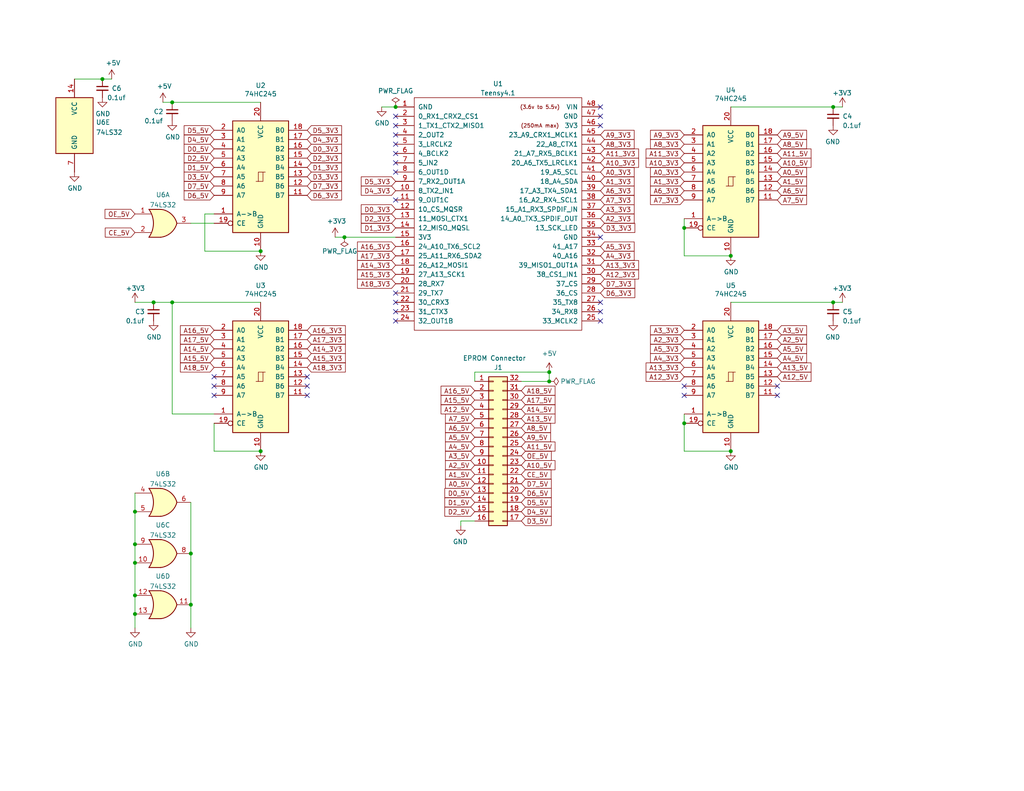
<source format=kicad_sch>
(kicad_sch (version 20211123) (generator eeschema)
  (paper "USLetter")
  (title_block (title "EPROM Emulator") (date "2022-01-02") (rev "0.2") (company "Brian Peek"))
  (lib_symbols
    (symbol "74xx:74HC245" (pin_names (offset 1.016))
      (property "Reference" "U" (at -7.62 16.51 0))
      (property "Value" "74HC245" (at -7.62 -16.51 0))
      (symbol "74HC245_1_0"
        (polyline (pts (xy -0.635 -1.27) (xy -0.635 1.27) (xy 0.635 1.27)))
        (polyline (pts (xy -1.27 -1.27) (xy 0.635 -1.27) (xy 0.635 1.27) (xy 1.27 1.27)))
        (pin input line (at -12.7 -10.16 0) (length 5.08) (name "A->B") (number "1"))
        (pin power_in line (at 0 -20.32 90) (length 5.08) (name "GND") (number "10"))
        (pin tri_state line (at 12.7 -5.08 180) (length 5.08) (name "B7") (number "11"))
        (pin tri_state line (at 12.7 -2.54 180) (length 5.08) (name "B6") (number "12"))
        (pin tri_state line (at 12.7 0 180) (length 5.08) (name "B5") (number "13"))
        (pin tri_state line (at 12.7 2.54 180) (length 5.08) (name "B4") (number "14"))
        (pin tri_state line (at 12.7 5.08 180) (length 5.08) (name "B3") (number "15"))
        (pin tri_state line (at 12.7 7.62 180) (length 5.08) (name "B2") (number "16"))
        (pin tri_state line (at 12.7 10.16 180) (length 5.08) (name "B1") (number "17"))
        (pin tri_state line (at 12.7 12.7 180) (length 5.08) (name "B0") (number "18"))
        (pin input inverted (at -12.7 -12.7 0) (length 5.08) (name "CE") (number "19"))
        (pin tri_state line (at -12.7 12.7 0) (length 5.08) (name "A0") (number "2"))
        (pin power_in line (at 0 20.32 270) (length 5.08) (name "VCC") (number "20"))
        (pin tri_state line (at -12.7 10.16 0) (length 5.08) (name "A1") (number "3"))
        (pin tri_state line (at -12.7 7.62 0) (length 5.08) (name "A2") (number "4"))
        (pin tri_state line (at -12.7 5.08 0) (length 5.08) (name "A3") (number "5"))
        (pin tri_state line (at -12.7 2.54 0) (length 5.08) (name "A4") (number "6"))
        (pin tri_state line (at -12.7 0 0) (length 5.08) (name "A5") (number "7"))
        (pin tri_state line (at -12.7 -2.54 0) (length 5.08) (name "A6") (number "8"))
        (pin tri_state line (at -12.7 -5.08 0) (length 5.08) (name "A7") (number "9"))
      )
      (symbol "74HC245_1_1"
        (rectangle (start -7.62 15.24) (end 7.62 -15.24) (stroke (width 0.254)) (fill (type background)))
      )
    )
    (symbol "74xx:74LS32" (pin_names (offset 1.016))
      (property "Reference" "U" (at 0 1.27 0))
      (property "Value" "74LS32" (at 0 -1.27 0))
      (symbol "74LS32_1_1"
        (arc (start -3.81 -3.81) (mid -2.589 0) (end -3.81 3.81) (stroke (width 0.254)))
        (arc (start -0.6096 -3.81) (mid 2.1855 -2.584) (end 3.81 0) (stroke (width 0.254)) (fill (type background)))
        (polyline (pts (xy -3.81 -3.81) (xy -0.635 -3.81)) (stroke (width 0.254)) (fill (type background)))
        (polyline (pts (xy -3.81 3.81) (xy -0.635 3.81)) (stroke (width 0.254)) (fill (type background)))
        (polyline (pts (xy -0.635 3.81) (xy -3.81 3.81) (xy -3.81 3.81) (xy -3.556 3.4036) (xy -3.0226 2.2606) (xy -2.6924 1.0414) (xy -2.6162 -0.254) (xy -2.7686 -1.4986) (xy -3.175 -2.7178) (xy -3.81 -3.81) (xy -3.81 -3.81) (xy -0.635 -3.81)) (stroke (width -25.4)) (fill (type background)))
        (arc (start 3.81 0) (mid 2.1928 2.5925) (end -0.6096 3.81) (stroke (width 0.254)) (fill (type background)))
        (pin input line (at -7.62 2.54 0) (length 4.318) (name "~") (number "1"))
        (pin input line (at -7.62 -2.54 0) (length 4.318) (name "~") (number "2"))
        (pin output line (at 7.62 0 180) (length 3.81) (name "~") (number "3"))
      )
      (symbol "74LS32_1_2"
        (arc (start 0 -3.81) (mid 3.81 0) (end 0 3.81) (stroke (width 0.254)) (fill (type background)))
        (polyline (pts (xy 0 3.81) (xy -3.81 3.81) (xy -3.81 -3.81) (xy 0 -3.81)) (stroke (width 0.254)) (fill (type background)))
        (pin input inverted (at -7.62 2.54 0) (length 3.81) (name "~") (number "1"))
        (pin input inverted (at -7.62 -2.54 0) (length 3.81) (name "~") (number "2"))
        (pin output inverted (at 7.62 0 180) (length 3.81) (name "~") (number "3"))
      )
      (symbol "74LS32_2_1"
        (arc (start -3.81 -3.81) (mid -2.589 0) (end -3.81 3.81) (stroke (width 0.254)))
        (arc (start -0.6096 -3.81) (mid 2.1855 -2.584) (end 3.81 0) (stroke (width 0.254)) (fill (type background)))
        (polyline (pts (xy -3.81 -3.81) (xy -0.635 -3.81)) (stroke (width 0.254)) (fill (type background)))
        (polyline (pts (xy -3.81 3.81) (xy -0.635 3.81)) (stroke (width 0.254)) (fill (type background)))
        (polyline (pts (xy -0.635 3.81) (xy -3.81 3.81) (xy -3.81 3.81) (xy -3.556 3.4036) (xy -3.0226 2.2606) (xy -2.6924 1.0414) (xy -2.6162 -0.254) (xy -2.7686 -1.4986) (xy -3.175 -2.7178) (xy -3.81 -3.81) (xy -3.81 -3.81) (xy -0.635 -3.81)) (stroke (width -25.4)) (fill (type background)))
        (arc (start 3.81 0) (mid 2.1928 2.5925) (end -0.6096 3.81) (stroke (width 0.254)) (fill (type background)))
        (pin input line (at -7.62 2.54 0) (length 4.318) (name "~") (number "4"))
        (pin input line (at -7.62 -2.54 0) (length 4.318) (name "~") (number "5"))
        (pin output line (at 7.62 0 180) (length 3.81) (name "~") (number "6"))
      )
      (symbol "74LS32_2_2"
        (arc (start 0 -3.81) (mid 3.81 0) (end 0 3.81) (stroke (width 0.254)) (fill (type background)))
        (polyline (pts (xy 0 3.81) (xy -3.81 3.81) (xy -3.81 -3.81) (xy 0 -3.81)) (stroke (width 0.254)) (fill (type background)))
        (pin input inverted (at -7.62 2.54 0) (length 3.81) (name "~") (number "4"))
        (pin input inverted (at -7.62 -2.54 0) (length 3.81) (name "~") (number "5"))
        (pin output inverted (at 7.62 0 180) (length 3.81) (name "~") (number "6"))
      )
      (symbol "74LS32_3_1"
        (arc (start -3.81 -3.81) (mid -2.589 0) (end -3.81 3.81) (stroke (width 0.254)))
        (arc (start -0.6096 -3.81) (mid 2.1855 -2.584) (end 3.81 0) (stroke (width 0.254)) (fill (type background)))
        (polyline (pts (xy -3.81 -3.81) (xy -0.635 -3.81)) (stroke (width 0.254)) (fill (type background)))
        (polyline (pts (xy -3.81 3.81) (xy -0.635 3.81)) (stroke (width 0.254)) (fill (type background)))
        (polyline (pts (xy -0.635 3.81) (xy -3.81 3.81) (xy -3.81 3.81) (xy -3.556 3.4036) (xy -3.0226 2.2606) (xy -2.6924 1.0414) (xy -2.6162 -0.254) (xy -2.7686 -1.4986) (xy -3.175 -2.7178) (xy -3.81 -3.81) (xy -3.81 -3.81) (xy -0.635 -3.81)) (stroke (width -25.4)) (fill (type background)))
        (arc (start 3.81 0) (mid 2.1928 2.5925) (end -0.6096 3.81) (stroke (width 0.254)) (fill (type background)))
        (pin input line (at -7.62 -2.54 0) (length 4.318) (name "~") (number "10"))
        (pin output line (at 7.62 0 180) (length 3.81) (name "~") (number "8"))
        (pin input line (at -7.62 2.54 0) (length 4.318) (name "~") (number "9"))
      )
      (symbol "74LS32_3_2"
        (arc (start 0 -3.81) (mid 3.81 0) (end 0 3.81) (stroke (width 0.254)) (fill (type background)))
        (polyline (pts (xy 0 3.81) (xy -3.81 3.81) (xy -3.81 -3.81) (xy 0 -3.81)) (stroke (width 0.254)) (fill (type background)))
        (pin input inverted (at -7.62 -2.54 0) (length 3.81) (name "~") (number "10"))
        (pin output inverted (at 7.62 0 180) (length 3.81) (name "~") (number "8"))
        (pin input inverted (at -7.62 2.54 0) (length 3.81) (name "~") (number "9"))
      )
      (symbol "74LS32_4_1"
        (arc (start -3.81 -3.81) (mid -2.589 0) (end -3.81 3.81) (stroke (width 0.254)))
        (arc (start -0.6096 -3.81) (mid 2.1855 -2.584) (end 3.81 0) (stroke (width 0.254)) (fill (type background)))
        (polyline (pts (xy -3.81 -3.81) (xy -0.635 -3.81)) (stroke (width 0.254)) (fill (type background)))
        (polyline (pts (xy -3.81 3.81) (xy -0.635 3.81)) (stroke (width 0.254)) (fill (type background)))
        (polyline (pts (xy -0.635 3.81) (xy -3.81 3.81) (xy -3.81 3.81) (xy -3.556 3.4036) (xy -3.0226 2.2606) (xy -2.6924 1.0414) (xy -2.6162 -0.254) (xy -2.7686 -1.4986) (xy -3.175 -2.7178) (xy -3.81 -3.81) (xy -3.81 -3.81) (xy -0.635 -3.81)) (stroke (width -25.4)) (fill (type background)))
        (arc (start 3.81 0) (mid 2.1928 2.5925) (end -0.6096 3.81) (stroke (width 0.254)) (fill (type background)))
        (pin output line (at 7.62 0 180) (length 3.81) (name "~") (number "11"))
        (pin input line (at -7.62 2.54 0) (length 4.318) (name "~") (number "12"))
        (pin input line (at -7.62 -2.54 0) (length 4.318) (name "~") (number "13"))
      )
      (symbol "74LS32_4_2"
        (arc (start 0 -3.81) (mid 3.81 0) (end 0 3.81) (stroke (width 0.254)) (fill (type background)))
        (polyline (pts (xy 0 3.81) (xy -3.81 3.81) (xy -3.81 -3.81) (xy 0 -3.81)) (stroke (width 0.254)) (fill (type background)))
        (pin output inverted (at 7.62 0 180) (length 3.81) (name "~") (number "11"))
        (pin input inverted (at -7.62 2.54 0) (length 3.81) (name "~") (number "12"))
        (pin input inverted (at -7.62 -2.54 0) (length 3.81) (name "~") (number "13"))
      )
      (symbol "74LS32_5_0"
        (pin power_in line (at 0 12.7 270) (length 5.08) (name "VCC") (number "14"))
        (pin power_in line (at 0 -12.7 90) (length 5.08) (name "GND") (number "7"))
      )
      (symbol "74LS32_5_1"
        (rectangle (start -5.08 7.62) (end 5.08 -7.62) (stroke (width 0.254)) (fill (type background)))
      )
    )
    (symbol "Connector_Generic:Conn_02x16_Counter_Clockwise" (pin_names (offset 1.016) hide)
      (property "Reference" "J" (at 1.27 20.32 0))
      (property "Value" "Conn_02x16_Counter_Clockwise" (at 1.27 -22.86 0))
      (symbol "Conn_02x16_Counter_Clockwise_1_1"
        (rectangle (start -1.27 -20.193) (end 0 -20.447) (stroke (width 0.1524)))
        (rectangle (start -1.27 -17.653) (end 0 -17.907) (stroke (width 0.1524)))
        (rectangle (start -1.27 -15.113) (end 0 -15.367) (stroke (width 0.1524)))
        (rectangle (start -1.27 -12.573) (end 0 -12.827) (stroke (width 0.1524)))
        (rectangle (start -1.27 -10.033) (end 0 -10.287) (stroke (width 0.1524)))
        (rectangle (start -1.27 -7.493) (end 0 -7.747) (stroke (width 0.1524)))
        (rectangle (start -1.27 -4.953) (end 0 -5.207) (stroke (width 0.1524)))
        (rectangle (start -1.27 -2.413) (end 0 -2.667) (stroke (width 0.1524)))
        (rectangle (start -1.27 0.127) (end 0 -0.127) (stroke (width 0.1524)))
        (rectangle (start -1.27 2.667) (end 0 2.413) (stroke (width 0.1524)))
        (rectangle (start -1.27 5.207) (end 0 4.953) (stroke (width 0.1524)))
        (rectangle (start -1.27 7.747) (end 0 7.493) (stroke (width 0.1524)))
        (rectangle (start -1.27 10.287) (end 0 10.033) (stroke (width 0.1524)))
        (rectangle (start -1.27 12.827) (end 0 12.573) (stroke (width 0.1524)))
        (rectangle (start -1.27 15.367) (end 0 15.113) (stroke (width 0.1524)))
        (rectangle (start -1.27 17.907) (end 0 17.653) (stroke (width 0.1524)))
        (rectangle (start -1.27 19.05) (end 3.81 -21.59) (stroke (width 0.254)) (fill (type background)))
        (rectangle (start 3.81 -20.193) (end 2.54 -20.447) (stroke (width 0.1524)))
        (rectangle (start 3.81 -17.653) (end 2.54 -17.907) (stroke (width 0.1524)))
        (rectangle (start 3.81 -15.113) (end 2.54 -15.367) (stroke (width 0.1524)))
        (rectangle (start 3.81 -12.573) (end 2.54 -12.827) (stroke (width 0.1524)))
        (rectangle (start 3.81 -10.033) (end 2.54 -10.287) (stroke (width 0.1524)))
        (rectangle (start 3.81 -7.493) (end 2.54 -7.747) (stroke (width 0.1524)))
        (rectangle (start 3.81 -4.953) (end 2.54 -5.207) (stroke (width 0.1524)))
        (rectangle (start 3.81 -2.413) (end 2.54 -2.667) (stroke (width 0.1524)))
        (rectangle (start 3.81 0.127) (end 2.54 -0.127) (stroke (width 0.1524)))
        (rectangle (start 3.81 2.667) (end 2.54 2.413) (stroke (width 0.1524)))
        (rectangle (start 3.81 5.207) (end 2.54 4.953) (stroke (width 0.1524)))
        (rectangle (start 3.81 7.747) (end 2.54 7.493) (stroke (width 0.1524)))
        (rectangle (start 3.81 10.287) (end 2.54 10.033) (stroke (width 0.1524)))
        (rectangle (start 3.81 12.827) (end 2.54 12.573) (stroke (width 0.1524)))
        (rectangle (start 3.81 15.367) (end 2.54 15.113) (stroke (width 0.1524)))
        (rectangle (start 3.81 17.907) (end 2.54 17.653) (stroke (width 0.1524)))
        (pin passive line (at -5.08 17.78 0) (length 3.81) (name "Pin_1") (number "1"))
        (pin passive line (at -5.08 -5.08 0) (length 3.81) (name "Pin_10") (number "10"))
        (pin passive line (at -5.08 -7.62 0) (length 3.81) (name "Pin_11") (number "11"))
        (pin passive line (at -5.08 -10.16 0) (length 3.81) (name "Pin_12") (number "12"))
        (pin passive line (at -5.08 -12.7 0) (length 3.81) (name "Pin_13") (number "13"))
        (pin passive line (at -5.08 -15.24 0) (length 3.81) (name "Pin_14") (number "14"))
        (pin passive line (at -5.08 -17.78 0) (length 3.81) (name "Pin_15") (number "15"))
        (pin passive line (at -5.08 -20.32 0) (length 3.81) (name "Pin_16") (number "16"))
        (pin passive line (at 7.62 -20.32 180) (length 3.81) (name "Pin_17") (number "17"))
        (pin passive line (at 7.62 -17.78 180) (length 3.81) (name "Pin_18") (number "18"))
        (pin passive line (at 7.62 -15.24 180) (length 3.81) (name "Pin_19") (number "19"))
        (pin passive line (at -5.08 15.24 0) (length 3.81) (name "Pin_2") (number "2"))
        (pin passive line (at 7.62 -12.7 180) (length 3.81) (name "Pin_20") (number "20"))
        (pin passive line (at 7.62 -10.16 180) (length 3.81) (name "Pin_21") (number "21"))
        (pin passive line (at 7.62 -7.62 180) (length 3.81) (name "Pin_22") (number "22"))
        (pin passive line (at 7.62 -5.08 180) (length 3.81) (name "Pin_23") (number "23"))
        (pin passive line (at 7.62 -2.54 180) (length 3.81) (name "Pin_24") (number "24"))
        (pin passive line (at 7.62 0 180) (length 3.81) (name "Pin_25") (number "25"))
        (pin passive line (at 7.62 2.54 180) (length 3.81) (name "Pin_26") (number "26"))
        (pin passive line (at 7.62 5.08 180) (length 3.81) (name "Pin_27") (number "27"))
        (pin passive line (at 7.62 7.62 180) (length 3.81) (name "Pin_28") (number "28"))
        (pin passive line (at 7.62 10.16 180) (length 3.81) (name "Pin_29") (number "29"))
        (pin passive line (at -5.08 12.7 0) (length 3.81) (name "Pin_3") (number "3"))
        (pin passive line (at 7.62 12.7 180) (length 3.81) (name "Pin_30") (number "30"))
        (pin passive line (at 7.62 15.24 180) (length 3.81) (name "Pin_31") (number "31"))
        (pin passive line (at 7.62 17.78 180) (length 3.81) (name "Pin_32") (number "32"))
        (pin passive line (at -5.08 10.16 0) (length 3.81) (name "Pin_4") (number "4"))
        (pin passive line (at -5.08 7.62 0) (length 3.81) (name "Pin_5") (number "5"))
        (pin passive line (at -5.08 5.08 0) (length 3.81) (name "Pin_6") (number "6"))
        (pin passive line (at -5.08 2.54 0) (length 3.81) (name "Pin_7") (number "7"))
        (pin passive line (at -5.08 0 0) (length 3.81) (name "Pin_8") (number "8"))
        (pin passive line (at -5.08 -2.54 0) (length 3.81) (name "Pin_9") (number "9"))
      )
    )
    (symbol "Device:C_Small" (pin_numbers hide) (pin_names (offset 0.254) hide)
      (property "Reference" "C" (at 0.254 1.778 0))
      (property "Value" "C_Small" (at 0.254 -2.032 0))
      (symbol "C_Small_0_1"
        (polyline (pts (xy -1.524 -0.508) (xy 1.524 -0.508)) (stroke (width 0.3302)))
        (polyline (pts (xy -1.524 0.508) (xy 1.524 0.508)) (stroke (width 0.3048)))
      )
      (symbol "C_Small_1_1"
        (pin passive line (at 0 2.54 270) (length 2.032) (name "~") (number "1"))
        (pin passive line (at 0 -2.54 90) (length 2.032) (name "~") (number "2"))
      )
    )
    (symbol "power:+3.3V" (power) (pin_names (offset 0))
      (property "Value" "+3.3V" (at 0 3.556 0))
      (symbol "+3.3V_0_1"
        (polyline (pts (xy -0.762 1.27) (xy 0 2.54)))
        (polyline (pts (xy 0 0) (xy 0 2.54)))
        (polyline (pts (xy 0 2.54) (xy 0.762 1.27)))
      )
      (symbol "+3.3V_1_1"
        (pin power_in line (at 0 0 90) (length 0) hide (name "+3V3") (number "1"))
      )
    )
    (symbol "power:+5V" (power) (pin_names (offset 0))
      (property "Value" "+5V" (at 0 3.556 0))
      (symbol "+5V_0_1"
        (polyline (pts (xy -0.762 1.27) (xy 0 2.54)))
        (polyline (pts (xy 0 0) (xy 0 2.54)))
        (polyline (pts (xy 0 2.54) (xy 0.762 1.27)))
      )
      (symbol "+5V_1_1"
        (pin power_in line (at 0 0 90) (length 0) hide (name "+5V") (number "1"))
      )
    )
    (symbol "power:GND" (power) (pin_names (offset 0))
      (property "Value" "GND" (at 0 -3.81 0))
      (symbol "GND_0_1"
        (polyline (pts (xy 0 0) (xy 0 -1.27) (xy 1.27 -1.27) (xy 0 -2.54) (xy -1.27 -1.27) (xy 0 -1.27)))
      )
      (symbol "GND_1_1"
        (pin power_in line (at 0 0 270) (length 0) hide (name "GND") (number "1"))
      )
    )
    (symbol "power:PWR_FLAG" (power) (pin_numbers hide) (pin_names (offset 0) hide)
      (property "Value" "PWR_FLAG" (at 0 3.81 0))
      (symbol "PWR_FLAG_0_0"
        (pin power_out line (at 0 0 90) (length 0) (name "pwr") (number "1"))
      )
      (symbol "PWR_FLAG_0_1"
        (polyline (pts (xy 0 0) (xy 0 1.27) (xy -1.016 1.905) (xy 0 2.54) (xy 1.016 1.905) (xy 0 1.27)))
      )
    )
    (symbol "teensy:Teensy4.1" (pin_names (offset 1.016))
      (property "Reference" "U" (at 0 60.96 0))
      (property "Value" "teensy_Teensy4.1" (at 0 58.42 0))
      (symbol "Teensy4.1_0_0"
        (text "(250mA max)" (at 11.43 49.53 0) (effects (font (size 1.016 1.016))))
        (text "(3.6v to 5.5v)" (at 11.43 54.61 0) (effects (font (size 1.016 1.016))))
        (pin bidirectional line (at -27.94 31.75 0) (length 5.08) (name "8_TX2_IN1") (number "10"))
        (pin bidirectional line (at -27.94 29.21 0) (length 5.08) (name "9_OUT1C") (number "11"))
        (pin bidirectional line (at -27.94 26.67 0) (length 5.08) (name "10_CS_MQSR") (number "12"))
        (pin bidirectional line (at -27.94 24.13 0) (length 5.08) (name "11_MOSI_CTX1") (number "13"))
        (pin bidirectional line (at -27.94 21.59 0) (length 5.08) (name "12_MISO_MQSL") (number "14"))
        (pin power_in line (at -27.94 19.05 0) (length 5.08) (name "3V3") (number "15"))
        (pin bidirectional line (at -27.94 16.51 0) (length 5.08) (name "24_A10_TX6_SCL2") (number "16"))
        (pin bidirectional line (at -27.94 13.97 0) (length 5.08) (name "25_A11_RX6_SDA2") (number "17"))
        (pin bidirectional line (at -27.94 11.43 0) (length 5.08) (name "26_A12_MOSI1") (number "18"))
        (pin bidirectional line (at -27.94 8.89 0) (length 5.08) (name "27_A13_SCK1") (number "19"))
        (pin bidirectional line (at -27.94 6.35 0) (length 5.08) (name "28_RX7") (number "20"))
        (pin bidirectional line (at -27.94 3.81 0) (length 5.08) (name "29_TX7") (number "21"))
        (pin bidirectional line (at -27.94 1.27 0) (length 5.08) (name "30_CRX3") (number "22"))
        (pin bidirectional line (at -27.94 -1.27 0) (length 5.08) (name "31_CTX3") (number "23"))
        (pin bidirectional line (at -27.94 -3.81 0) (length 5.08) (name "32_OUT1B") (number "24"))
        (pin bidirectional line (at 27.94 -3.81 180) (length 5.08) (name "33_MCLK2") (number "25"))
        (pin bidirectional line (at 27.94 -1.27 180) (length 5.08) (name "34_RX8") (number "26"))
        (pin bidirectional line (at 27.94 1.27 180) (length 5.08) (name "35_TX8") (number "27"))
        (pin bidirectional line (at 27.94 3.81 180) (length 5.08) (name "36_CS") (number "28"))
        (pin bidirectional line (at 27.94 6.35 180) (length 5.08) (name "37_CS") (number "29"))
        (pin bidirectional line (at 27.94 8.89 180) (length 5.08) (name "38_CS1_IN1") (number "30"))
        (pin bidirectional line (at 27.94 11.43 180) (length 5.08) (name "39_MISO1_OUT1A") (number "31"))
        (pin bidirectional line (at 27.94 13.97 180) (length 5.08) (name "40_A16") (number "32"))
        (pin bidirectional line (at 27.94 16.51 180) (length 5.08) (name "41_A17") (number "33"))
        (pin bidirectional line (at 27.94 21.59 180) (length 5.08) (name "13_SCK_LED") (number "35"))
        (pin bidirectional line (at 27.94 24.13 180) (length 5.08) (name "14_A0_TX3_SPDIF_OUT") (number "36"))
        (pin bidirectional line (at 27.94 26.67 180) (length 5.08) (name "15_A1_RX3_SPDIF_IN") (number "37"))
        (pin bidirectional line (at 27.94 29.21 180) (length 5.08) (name "16_A2_RX4_SCL1") (number "38"))
        (pin bidirectional line (at 27.94 31.75 180) (length 5.08) (name "17_A3_TX4_SDA1") (number "39"))
        (pin bidirectional line (at 27.94 34.29 180) (length 5.08) (name "18_A4_SDA") (number "40"))
        (pin bidirectional line (at 27.94 36.83 180) (length 5.08) (name "19_A5_SCL") (number "41"))
        (pin bidirectional line (at 27.94 39.37 180) (length 5.08) (name "20_A6_TX5_LRCLK1") (number "42"))
        (pin bidirectional line (at 27.94 41.91 180) (length 5.08) (name "21_A7_RX5_BCLK1") (number "43"))
        (pin bidirectional line (at 27.94 44.45 180) (length 5.08) (name "22_A8_CTX1") (number "44"))
        (pin bidirectional line (at 27.94 46.99 180) (length 5.08) (name "23_A9_CRX1_MCLK1") (number "45"))
        (pin output line (at 27.94 49.53 180) (length 5.08) (name "3V3") (number "46"))
        (pin output line (at 27.94 52.07 180) (length 5.08) (name "GND") (number "47"))
        (pin power_in line (at 27.94 54.61 180) (length 5.08) (name "VIN") (number "48"))
        (pin bidirectional line (at -27.94 44.45 0) (length 5.08) (name "3_LRCLK2") (number "5"))
        (pin bidirectional line (at -27.94 41.91 0) (length 5.08) (name "4_BCLK2") (number "6"))
        (pin bidirectional line (at -27.94 39.37 0) (length 5.08) (name "5_IN2") (number "7"))
        (pin bidirectional line (at -27.94 36.83 0) (length 5.08) (name "6_OUT1D") (number "8"))
        (pin bidirectional line (at -27.94 34.29 0) (length 5.08) (name "7_RX2_OUT1A") (number "9"))
      )
      (symbol "Teensy4.1_0_1"
        (rectangle (start -22.86 57.15) (end 22.86 -6.35))
        (rectangle (start -20.32 -1.27) (end -20.32 -1.27))
      )
      (symbol "Teensy4.1_1_1"
        (pin power_in line (at -27.94 54.61 0) (length 5.08) (name "GND") (number "1"))
        (pin bidirectional line (at -27.94 52.07 0) (length 5.08) (name "0_RX1_CRX2_CS1") (number "2"))
        (pin bidirectional line (at -27.94 49.53 0) (length 5.08) (name "1_TX1_CTX2_MISO1") (number "3"))
        (pin power_in line (at 27.94 19.05 180) (length 5.08) (name "GND") (number "34"))
        (pin bidirectional line (at -27.94 46.99 0) (length 5.08) (name "2_OUT2") (number "4"))
      )
    )
  )
  (junction (at 199.39 69.85))
  (junction (at 36.83 162.56))
  (junction (at 107.95 29.21))
  (junction (at 27.94 21.59))
  (junction (at 199.39 123.19))
  (junction (at 52.07 151.13))
  (junction (at 227.33 82.55))
  (junction (at 36.83 167.64))
  (junction (at 149.86 104.14))
  (junction (at 36.83 153.67))
  (junction (at 93.98 64.77))
  (junction (at 36.83 148.59))
  (junction (at 227.33 29.21))
  (junction (at 186.69 115.57))
  (junction (at 46.99 82.55))
  (junction (at 46.99 27.94))
  (junction (at 149.86 101.6))
  (junction (at 71.12 68.58))
  (junction (at 186.69 62.23))
  (junction (at 52.07 165.1))
  (junction (at 41.91 82.55))
  (junction (at 71.12 123.19))
  (junction (at 36.83 139.7))
  (no_connect (at 83.82 102.87))
  (no_connect (at 107.95 39.37))
  (no_connect (at 107.95 54.61))
  (no_connect (at 107.95 85.09))
  (no_connect (at 163.83 31.75))
  (no_connect (at 107.95 82.55))
  (no_connect (at 163.83 85.09))
  (no_connect (at 212.09 107.95))
  (no_connect (at 212.09 105.41))
  (no_connect (at 163.83 64.77))
  (no_connect (at 107.95 41.91))
  (no_connect (at 107.95 46.99))
  (no_connect (at 107.95 34.29))
  (no_connect (at 186.69 107.95))
  (no_connect (at 107.95 87.63))
  (no_connect (at 186.69 105.41))
  (no_connect (at 58.42 102.87))
  (no_connect (at 107.95 31.75))
  (no_connect (at 163.83 34.29))
  (no_connect (at 107.95 36.83))
  (no_connect (at 163.83 82.55))
  (no_connect (at 163.83 29.21))
  (no_connect (at 83.82 107.95))
  (no_connect (at 83.82 105.41))
  (no_connect (at 107.95 80.01))
  (no_connect (at 58.42 107.95))
  (no_connect (at 163.83 87.63))
  (no_connect (at 107.95 44.45))
  (no_connect (at 58.42 105.41))
  (wire (pts (xy 58.42 113.03) (xy 46.99 113.03)))
  (wire (pts (xy 125.73 142.24) (xy 125.73 143.51)))
  (wire (pts (xy 142.24 104.14) (xy 149.86 104.14)))
  (wire (pts (xy 44.45 27.94) (xy 46.99 27.94)))
  (wire (pts (xy 199.39 82.55) (xy 227.33 82.55)))
  (wire (pts (xy 186.69 115.57) (xy 186.69 123.19)))
  (wire (pts (xy 36.83 153.67) (xy 36.83 162.56)))
  (wire (pts (xy 46.99 113.03) (xy 46.99 82.55)))
  (wire (pts (xy 229.87 82.55) (xy 227.33 82.55)))
  (wire (pts (xy 52.07 60.96) (xy 58.42 60.96)))
  (wire (pts (xy 58.42 115.57) (xy 58.42 123.19)))
  (wire (pts (xy 186.69 59.69) (xy 186.69 62.23)))
  (wire (pts (xy 36.83 148.59) (xy 36.83 153.67)))
  (wire (pts (xy 46.99 82.55) (xy 71.12 82.55)))
  (wire (pts (xy 36.83 139.7) (xy 36.83 148.59)))
  (wire (pts (xy 36.83 82.55) (xy 41.91 82.55)))
  (wire (pts (xy 55.88 58.42) (xy 58.42 58.42)))
  (wire (pts (xy 186.69 62.23) (xy 186.69 69.85)))
  (wire (pts (xy 55.88 68.58) (xy 55.88 58.42)))
  (wire (pts (xy 46.99 27.94) (xy 71.12 27.94)))
  (wire (pts (xy 20.32 21.59) (xy 27.94 21.59)))
  (wire (pts (xy 129.54 142.24) (xy 125.73 142.24)))
  (wire (pts (xy 41.91 82.55) (xy 46.99 82.55)))
  (wire (pts (xy 129.54 104.14) (xy 129.54 101.6)))
  (wire (pts (xy 93.98 64.77) (xy 107.95 64.77)))
  (wire (pts (xy 27.94 21.59) (xy 30.48 21.59)))
  (wire (pts (xy 52.07 137.16) (xy 52.07 151.13)))
  (wire (pts (xy 199.39 123.19) (xy 186.69 123.19)))
  (wire (pts (xy 71.12 68.58) (xy 55.88 68.58)))
  (wire (pts (xy 186.69 113.03) (xy 186.69 115.57)))
  (wire (pts (xy 199.39 69.85) (xy 186.69 69.85)))
  (wire (pts (xy 36.83 134.62) (xy 36.83 139.7)))
  (wire (pts (xy 199.39 29.21) (xy 227.33 29.21)))
  (wire (pts (xy 52.07 151.13) (xy 52.07 165.1)))
  (wire (pts (xy 149.86 104.14) (xy 149.86 101.6)))
  (wire (pts (xy 104.14 29.21) (xy 107.95 29.21)))
  (wire (pts (xy 36.83 167.64) (xy 36.83 171.45)))
  (wire (pts (xy 71.12 123.19) (xy 58.42 123.19)))
  (wire (pts (xy 91.44 64.77) (xy 93.98 64.77)))
  (wire (pts (xy 229.87 29.21) (xy 227.33 29.21)))
  (wire (pts (xy 52.07 165.1) (xy 52.07 171.45)))
  (wire (pts (xy 36.83 162.56) (xy 36.83 167.64)))
  (wire (pts (xy 129.54 101.6) (xy 149.86 101.6)))
  (global_label "D0_5V" (shape input) (at 129.54 134.62 180) (property "Intersheet References" "${INTERSHEET_REFS}" (effects hide)))
  (global_label "D1_3V3" (shape input) (at 107.95 62.23 180) (property "Intersheet References" "${INTERSHEET_REFS}" (effects hide)))
  (global_label "A0_5V" (shape input) (at 212.09 46.99 0) (property "Intersheet References" "${INTERSHEET_REFS}" (effects hide)))
  (global_label "A6_3V3" (shape input) (at 186.69 52.07 180) (property "Intersheet References" "${INTERSHEET_REFS}" (effects hide)))
  (global_label "A4_5V" (shape input) (at 129.54 121.92 180) (property "Intersheet References" "${INTERSHEET_REFS}" (effects hide)))
  (global_label "A14_5V" (shape input) (at 142.24 111.76 0) (property "Intersheet References" "${INTERSHEET_REFS}" (effects hide)))
  (global_label "A1_3V3" (shape input) (at 186.69 49.53 180) (property "Intersheet References" "${INTERSHEET_REFS}" (effects hide)))
  (global_label "A14_3V3" (shape input) (at 107.95 72.39 180) (property "Intersheet References" "${INTERSHEET_REFS}" (effects hide)))
  (global_label "A15_5V" (shape input) (at 58.42 97.79 180) (property "Intersheet References" "${INTERSHEET_REFS}" (effects hide)))
  (global_label "A18_3V3" (shape input) (at 83.82 100.33 0) (property "Intersheet References" "${INTERSHEET_REFS}" (effects hide)))
  (global_label "D4_3V3" (shape input) (at 107.95 52.07 180) (property "Intersheet References" "${INTERSHEET_REFS}" (effects hide)))
  (global_label "D5_3V3" (shape input) (at 107.95 49.53 180) (property "Intersheet References" "${INTERSHEET_REFS}" (effects hide)))
  (global_label "A17_3V3" (shape input) (at 107.95 69.85 180) (property "Intersheet References" "${INTERSHEET_REFS}" (effects hide)))
  (global_label "D2_5V" (shape input) (at 58.42 43.18 180) (property "Intersheet References" "${INTERSHEET_REFS}" (effects hide)))
  (global_label "A9_5V" (shape input) (at 142.24 119.38 0) (property "Intersheet References" "${INTERSHEET_REFS}" (effects hide)))
  (global_label "A2_3V3" (shape input) (at 163.83 59.69 0) (property "Intersheet References" "${INTERSHEET_REFS}" (effects hide)))
  (global_label "A9_3V3" (shape input) (at 186.69 36.83 180) (property "Intersheet References" "${INTERSHEET_REFS}" (effects hide)))
  (global_label "A15_3V3" (shape input) (at 83.82 97.79 0) (property "Intersheet References" "${INTERSHEET_REFS}" (effects hide)))
  (global_label "A15_5V" (shape input) (at 129.54 109.22 180) (property "Intersheet References" "${INTERSHEET_REFS}" (effects hide)))
  (global_label "A5_5V" (shape input) (at 212.09 95.25 0) (property "Intersheet References" "${INTERSHEET_REFS}" (effects hide)))
  (global_label "D7_5V" (shape input) (at 142.24 132.08 0) (property "Intersheet References" "${INTERSHEET_REFS}" (effects hide)))
  (global_label "A12_3V3" (shape input) (at 163.83 74.93 0) (property "Intersheet References" "${INTERSHEET_REFS}" (effects hide)))
  (global_label "D2_3V3" (shape input) (at 83.82 43.18 0) (property "Intersheet References" "${INTERSHEET_REFS}" (effects hide)))
  (global_label "A2_5V" (shape input) (at 129.54 127 180) (property "Intersheet References" "${INTERSHEET_REFS}" (effects hide)))
  (global_label "A0_3V3" (shape input) (at 163.83 46.99 0) (property "Intersheet References" "${INTERSHEET_REFS}" (effects hide)))
  (global_label "A9_3V3" (shape input) (at 163.83 36.83 0) (property "Intersheet References" "${INTERSHEET_REFS}" (effects hide)))
  (global_label "A13_5V" (shape input) (at 212.09 100.33 0) (property "Intersheet References" "${INTERSHEET_REFS}" (effects hide)))
  (global_label "A0_5V" (shape input) (at 129.54 132.08 180) (property "Intersheet References" "${INTERSHEET_REFS}" (effects hide)))
  (global_label "D3_5V" (shape input) (at 142.24 142.24 0) (property "Intersheet References" "${INTERSHEET_REFS}" (effects hide)))
  (global_label "D3_5V" (shape input) (at 58.42 48.26 180) (property "Intersheet References" "${INTERSHEET_REFS}" (effects hide)))
  (global_label "D2_5V" (shape input) (at 129.54 139.7 180) (property "Intersheet References" "${INTERSHEET_REFS}" (effects hide)))
  (global_label "A16_5V" (shape input) (at 129.54 106.68 180) (property "Intersheet References" "${INTERSHEET_REFS}" (effects hide)))
  (global_label "A16_3V3" (shape input) (at 107.95 67.31 180) (property "Intersheet References" "${INTERSHEET_REFS}" (effects hide)))
  (global_label "D2_3V3" (shape input) (at 107.95 59.69 180) (property "Intersheet References" "${INTERSHEET_REFS}" (effects hide)))
  (global_label "A10_5V" (shape input) (at 212.09 44.45 0) (property "Intersheet References" "${INTERSHEET_REFS}" (effects hide)))
  (global_label "A17_5V" (shape input) (at 142.24 109.22 0) (property "Intersheet References" "${INTERSHEET_REFS}" (effects hide)))
  (global_label "CE_5V" (shape input) (at 36.83 63.5 180) (property "Intersheet References" "${INTERSHEET_REFS}" (effects hide)))
  (global_label "A1_3V3" (shape input) (at 163.83 49.53 0) (property "Intersheet References" "${INTERSHEET_REFS}" (effects hide)))
  (global_label "A7_3V3" (shape input) (at 186.69 54.61 180) (property "Intersheet References" "${INTERSHEET_REFS}" (effects hide)))
  (global_label "A4_5V" (shape input) (at 212.09 97.79 0) (property "Intersheet References" "${INTERSHEET_REFS}" (effects hide)))
  (global_label "A2_5V" (shape input) (at 212.09 92.71 0) (property "Intersheet References" "${INTERSHEET_REFS}" (effects hide)))
  (global_label "A2_3V3" (shape input) (at 186.69 92.71 180) (property "Intersheet References" "${INTERSHEET_REFS}" (effects hide)))
  (global_label "A0_3V3" (shape input) (at 186.69 46.99 180) (property "Intersheet References" "${INTERSHEET_REFS}" (effects hide)))
  (global_label "A6_3V3" (shape input) (at 163.83 52.07 0) (property "Intersheet References" "${INTERSHEET_REFS}" (effects hide)))
  (global_label "D6_5V" (shape input) (at 58.42 53.34 180) (property "Intersheet References" "${INTERSHEET_REFS}" (effects hide)))
  (global_label "D5_5V" (shape input) (at 58.42 35.56 180) (property "Intersheet References" "${INTERSHEET_REFS}" (effects hide)))
  (global_label "A3_3V3" (shape input) (at 186.69 90.17 180) (property "Intersheet References" "${INTERSHEET_REFS}" (effects hide)))
  (global_label "A17_5V" (shape input) (at 58.42 92.71 180) (property "Intersheet References" "${INTERSHEET_REFS}" (effects hide)))
  (global_label "A6_5V" (shape input) (at 129.54 116.84 180) (property "Intersheet References" "${INTERSHEET_REFS}" (effects hide)))
  (global_label "D4_3V3" (shape input) (at 83.82 38.1 0) (property "Intersheet References" "${INTERSHEET_REFS}" (effects hide)))
  (global_label "A3_5V" (shape input) (at 129.54 124.46 180) (property "Intersheet References" "${INTERSHEET_REFS}" (effects hide)))
  (global_label "D0_3V3" (shape input) (at 83.82 40.64 0) (property "Intersheet References" "${INTERSHEET_REFS}" (effects hide)))
  (global_label "A10_5V" (shape input) (at 142.24 127 0) (property "Intersheet References" "${INTERSHEET_REFS}" (effects hide)))
  (global_label "A13_3V3" (shape input) (at 163.83 72.39 0) (property "Intersheet References" "${INTERSHEET_REFS}" (effects hide)))
  (global_label "D6_3V3" (shape input) (at 83.82 53.34 0) (property "Intersheet References" "${INTERSHEET_REFS}" (effects hide)))
  (global_label "A16_3V3" (shape input) (at 83.82 90.17 0) (property "Intersheet References" "${INTERSHEET_REFS}" (effects hide)))
  (global_label "A11_3V3" (shape input) (at 186.69 41.91 180) (property "Intersheet References" "${INTERSHEET_REFS}" (effects hide)))
  (global_label "A13_5V" (shape input) (at 142.24 114.3 0) (property "Intersheet References" "${INTERSHEET_REFS}" (effects hide)))
  (global_label "A14_5V" (shape input) (at 58.42 95.25 180) (property "Intersheet References" "${INTERSHEET_REFS}" (effects hide)))
  (global_label "A7_5V" (shape input) (at 212.09 54.61 0) (property "Intersheet References" "${INTERSHEET_REFS}" (effects hide)))
  (global_label "D1_3V3" (shape input) (at 83.82 45.72 0) (property "Intersheet References" "${INTERSHEET_REFS}" (effects hide)))
  (global_label "A18_3V3" (shape input) (at 107.95 77.47 180) (property "Intersheet References" "${INTERSHEET_REFS}" (effects hide)))
  (global_label "A4_3V3" (shape input) (at 186.69 97.79 180) (property "Intersheet References" "${INTERSHEET_REFS}" (effects hide)))
  (global_label "A10_3V3" (shape input) (at 163.83 44.45 0) (property "Intersheet References" "${INTERSHEET_REFS}" (effects hide)))
  (global_label "A14_3V3" (shape input) (at 83.82 95.25 0) (property "Intersheet References" "${INTERSHEET_REFS}" (effects hide)))
  (global_label "A12_5V" (shape input) (at 129.54 111.76 180) (property "Intersheet References" "${INTERSHEET_REFS}" (effects hide)))
  (global_label "D0_5V" (shape input) (at 58.42 40.64 180) (property "Intersheet References" "${INTERSHEET_REFS}" (effects hide)))
  (global_label "D3_3V3" (shape input) (at 83.82 48.26 0) (property "Intersheet References" "${INTERSHEET_REFS}" (effects hide)))
  (global_label "A1_5V" (shape input) (at 212.09 49.53 0) (property "Intersheet References" "${INTERSHEET_REFS}" (effects hide)))
  (global_label "D6_3V3" (shape input) (at 163.83 80.01 0) (property "Intersheet References" "${INTERSHEET_REFS}" (effects hide)))
  (global_label "A5_5V" (shape input) (at 129.54 119.38 180) (property "Intersheet References" "${INTERSHEET_REFS}" (effects hide)))
  (global_label "D3_3V3" (shape input) (at 163.83 62.23 0) (property "Intersheet References" "${INTERSHEET_REFS}" (effects hide)))
  (global_label "D4_5V" (shape input) (at 58.42 38.1 180) (property "Intersheet References" "${INTERSHEET_REFS}" (effects hide)))
  (global_label "A4_3V3" (shape input) (at 163.83 69.85 0) (property "Intersheet References" "${INTERSHEET_REFS}" (effects hide)))
  (global_label "A3_5V" (shape input) (at 212.09 90.17 0) (property "Intersheet References" "${INTERSHEET_REFS}" (effects hide)))
  (global_label "D7_3V3" (shape input) (at 83.82 50.8 0) (property "Intersheet References" "${INTERSHEET_REFS}" (effects hide)))
  (global_label "A11_3V3" (shape input) (at 163.83 41.91 0) (property "Intersheet References" "${INTERSHEET_REFS}" (effects hide)))
  (global_label "D4_5V" (shape input) (at 142.24 139.7 0) (property "Intersheet References" "${INTERSHEET_REFS}" (effects hide)))
  (global_label "A12_3V3" (shape input) (at 186.69 102.87 180) (property "Intersheet References" "${INTERSHEET_REFS}" (effects hide)))
  (global_label "A18_5V" (shape input) (at 58.42 100.33 180) (property "Intersheet References" "${INTERSHEET_REFS}" (effects hide)))
  (global_label "A11_5V" (shape input) (at 142.24 121.92 0) (property "Intersheet References" "${INTERSHEET_REFS}" (effects hide)))
  (global_label "A7_3V3" (shape input) (at 163.83 54.61 0) (property "Intersheet References" "${INTERSHEET_REFS}" (effects hide)))
  (global_label "OE_5V" (shape input) (at 142.24 124.46 0) (property "Intersheet References" "${INTERSHEET_REFS}" (effects hide)))
  (global_label "A5_3V3" (shape input) (at 163.83 67.31 0) (property "Intersheet References" "${INTERSHEET_REFS}" (effects hide)))
  (global_label "A8_3V3" (shape input) (at 163.83 39.37 0) (property "Intersheet References" "${INTERSHEET_REFS}" (effects hide)))
  (global_label "CE_5V" (shape input) (at 142.24 129.54 0) (property "Intersheet References" "${INTERSHEET_REFS}" (effects hide)))
  (global_label "D1_5V" (shape input) (at 58.42 45.72 180) (property "Intersheet References" "${INTERSHEET_REFS}" (effects hide)))
  (global_label "A3_3V3" (shape input) (at 163.83 57.15 0) (property "Intersheet References" "${INTERSHEET_REFS}" (effects hide)))
  (global_label "A6_5V" (shape input) (at 212.09 52.07 0) (property "Intersheet References" "${INTERSHEET_REFS}" (effects hide)))
  (global_label "A11_5V" (shape input) (at 212.09 41.91 0) (property "Intersheet References" "${INTERSHEET_REFS}" (effects hide)))
  (global_label "D7_3V3" (shape input) (at 163.83 77.47 0) (property "Intersheet References" "${INTERSHEET_REFS}" (effects hide)))
  (global_label "A18_5V" (shape input) (at 142.24 106.68 0) (property "Intersheet References" "${INTERSHEET_REFS}" (effects hide)))
  (global_label "A1_5V" (shape input) (at 129.54 129.54 180) (property "Intersheet References" "${INTERSHEET_REFS}" (effects hide)))
  (global_label "A8_3V3" (shape input) (at 186.69 39.37 180) (property "Intersheet References" "${INTERSHEET_REFS}" (effects hide)))
  (global_label "A8_5V" (shape input) (at 212.09 39.37 0) (property "Intersheet References" "${INTERSHEET_REFS}" (effects hide)))
  (global_label "D6_5V" (shape input) (at 142.24 134.62 0) (property "Intersheet References" "${INTERSHEET_REFS}" (effects hide)))
  (global_label "A8_5V" (shape input) (at 142.24 116.84 0) (property "Intersheet References" "${INTERSHEET_REFS}" (effects hide)))
  (global_label "A9_5V" (shape input) (at 212.09 36.83 0) (property "Intersheet References" "${INTERSHEET_REFS}" (effects hide)))
  (global_label "A15_3V3" (shape input) (at 107.95 74.93 180) (property "Intersheet References" "${INTERSHEET_REFS}" (effects hide)))
  (global_label "A7_5V" (shape input) (at 129.54 114.3 180) (property "Intersheet References" "${INTERSHEET_REFS}" (effects hide)))
  (global_label "A10_3V3" (shape input) (at 186.69 44.45 180) (property "Intersheet References" "${INTERSHEET_REFS}" (effects hide)))
  (global_label "D5_5V" (shape input) (at 142.24 137.16 0) (property "Intersheet References" "${INTERSHEET_REFS}" (effects hide)))
  (global_label "D1_5V" (shape input) (at 129.54 137.16 180) (property "Intersheet References" "${INTERSHEET_REFS}" (effects hide)))
  (global_label "A17_3V3" (shape input) (at 83.82 92.71 0) (property "Intersheet References" "${INTERSHEET_REFS}" (effects hide)))
  (global_label "D7_5V" (shape input) (at 58.42 50.8 180) (property "Intersheet References" "${INTERSHEET_REFS}" (effects hide)))
  (global_label "A13_3V3" (shape input) (at 186.69 100.33 180) (property "Intersheet References" "${INTERSHEET_REFS}" (effects hide)))
  (global_label "D5_3V3" (shape input) (at 83.82 35.56 0) (property "Intersheet References" "${INTERSHEET_REFS}" (effects hide)))
  (global_label "A5_3V3" (shape input) (at 186.69 95.25 180) (property "Intersheet References" "${INTERSHEET_REFS}" (effects hide)))
  (global_label "A12_5V" (shape input) (at 212.09 102.87 0) (property "Intersheet References" "${INTERSHEET_REFS}" (effects hide)))
  (global_label "OE_5V" (shape input) (at 36.83 58.42 180) (property "Intersheet References" "${INTERSHEET_REFS}" (effects hide)))
  (global_label "A16_5V" (shape input) (at 58.42 90.17 180) (property "Intersheet References" "${INTERSHEET_REFS}" (effects hide)))
  (global_label "D0_3V3" (shape input) (at 107.95 57.15 180) (property "Intersheet References" "${INTERSHEET_REFS}" (effects hide)))
  (symbol (lib_id "teensy:Teensy4.1") (at 135.89 83.82 0) (unit 1)
    (property "Reference" "U1" (at 135.89 22.86 0))
    (property "Value" "Teensy4.1" (at 135.89 25.4 0))
    (property "Footprint" "teensy:Teensy41" (effects hide))
  )
  (symbol (lib_id "Connector_Generic:Conn_02x16_Counter_Clockwise") (at 134.62 121.92 0) (unit 1)
    (property "Reference" "J1" (at 137.16 100.33 0) (effects (justify right)))
    (property "Value" "EPROM Connector" (at 143.51 97.79 0) (effects (justify right)))
    (property "Footprint" "Connector_PinHeader_2.54mm:PinHeader_2x16_P2.54mm_Vertical" (effects hide))
  )
  (symbol (lib_id "power:GND") (at 104.14 29.21 0) (unit 1)
    (property "Reference" "#PWR0106" (effects hide))
    (property "Value" "GND" (at 104.267 33.6042 0))
  )
  (symbol (lib_id "power:GND") (at 125.73 143.51 0) (mirror y) (unit 1)
    (property "Reference" "#PWR0107" (effects hide))
    (property "Value" "GND" (at 125.603 147.9042 0))
  )
  (symbol (lib_id "power:+5V") (at 149.86 101.6 0) (mirror y) (unit 1)
    (property "Reference" "#PWR0112" (effects hide))
    (property "Value" "+5V" (at 149.86 96.52 0))
  )
  (symbol (lib_id "power:+5V") (at 44.45 27.94 0) (unit 1)
    (property "Reference" "#PWR0114" (effects hide))
    (property "Value" "+5V" (at 44.831 23.5458 0))
  )
  (symbol (lib_id "power:GND") (at 71.12 68.58 0) (unit 1)
    (property "Reference" "#PWR0103" (effects hide))
    (property "Value" "GND" (at 71.247 72.9742 0))
  )
  (symbol (lib_id "power:PWR_FLAG") (at 107.95 29.21 0) (unit 1)
    (property "Reference" "#FLG0101" (effects hide))
    (property "Value" "PWR_FLAG" (at 107.95 24.8158 0))
  )
  (symbol (lib_id "power:PWR_FLAG") (at 93.98 64.77 180) (unit 1)
    (property "Reference" "#FLG0102" (effects hide))
    (property "Value" "PWR_FLAG" (at 92.71 68.58 0))
  )
  (symbol (lib_id "power:PWR_FLAG") (at 149.86 104.14 270) (mirror x) (unit 1)
    (property "Reference" "#FLG0103" (effects hide))
    (property "Value" "PWR_FLAG" (at 162.56 104.14 90) (effects (justify right)))
  )
  (symbol (lib_id "74xx:74HC245") (at 71.12 48.26 0) (unit 1)
    (property "Reference" "U2" (at 71.12 23.3426 0))
    (property "Value" "74HC245" (at 71.12 25.654 0))
    (property "Footprint" "Package_DIP:DIP-20_W7.62mm_Socket" (effects hide))
    (property "Datasheet" "http://www.ti.com/lit/gpn/sn74HC245" (effects hide))
  )
  (symbol (lib_id "74xx:74HC245") (at 71.12 102.87 0) (unit 1)
    (property "Reference" "U3" (at 71.12 77.9526 0))
    (property "Value" "74HC245" (at 71.12 80.264 0))
    (property "Footprint" "Package_DIP:DIP-20_W7.62mm_Socket" (effects hide))
    (property "Datasheet" "http://www.ti.com/lit/gpn/sn74HC245" (effects hide))
  )
  (symbol (lib_id "74xx:74HC245") (at 199.39 49.53 0) (unit 1)
    (property "Reference" "U4" (at 199.39 24.6126 0))
    (property "Value" "74HC245" (at 199.39 26.924 0))
    (property "Footprint" "Package_DIP:DIP-20_W7.62mm_Socket" (effects hide))
    (property "Datasheet" "http://www.ti.com/lit/gpn/sn74HC245" (effects hide))
  )
  (symbol (lib_id "74xx:74HC245") (at 199.39 102.87 0) (unit 1)
    (property "Reference" "U5" (at 199.39 77.9526 0))
    (property "Value" "74HC245" (at 199.39 80.264 0))
    (property "Footprint" "Package_DIP:DIP-20_W7.62mm_Socket" (effects hide))
    (property "Datasheet" "http://www.ti.com/lit/gpn/sn74HC245" (effects hide))
  )
  (symbol (lib_id "power:GND") (at 71.12 123.19 0) (unit 1)
    (property "Reference" "#PWR0101" (effects hide))
    (property "Value" "GND" (at 71.247 127.5842 0))
  )
  (symbol (lib_id "power:GND") (at 199.39 69.85 0) (unit 1)
    (property "Reference" "#PWR0102" (effects hide))
    (property "Value" "GND" (at 199.517 74.2442 0))
  )
  (symbol (lib_id "power:GND") (at 199.39 123.19 0) (unit 1)
    (property "Reference" "#PWR0104" (effects hide))
    (property "Value" "GND" (at 199.517 127.5842 0))
  )
  (symbol (lib_id "power:+3.3V") (at 91.44 64.77 0) (unit 1)
    (property "Reference" "#PWR0105" (effects hide))
    (property "Value" "+3.3V" (at 91.821 60.3758 0))
  )
  (symbol (lib_id "Device:C_Small") (at 46.99 30.48 0) (unit 1)
    (property "Reference" "C2" (at 41.91 30.48 0) (effects (justify left)))
    (property "Value" "0.1uf" (at 39.37 33.02 0) (effects (justify left)))
    (property "Footprint" "Capacitor_THT:C_Disc_D5.0mm_W2.5mm_P5.00mm" (effects hide))
  )
  (symbol (lib_id "power:GND") (at 46.99 33.02 0) (unit 1)
    (property "Reference" "#PWR0111" (effects hide))
    (property "Value" "GND" (at 47.117 37.4142 0))
  )
  (symbol (lib_id "Device:C_Small") (at 41.91 85.09 0) (unit 1)
    (property "Reference" "C3" (at 36.83 85.09 0) (effects (justify left)))
    (property "Value" "0.1uf" (at 34.29 87.63 0) (effects (justify left)))
    (property "Footprint" "Capacitor_THT:C_Disc_D5.0mm_W2.5mm_P5.00mm" (effects hide))
  )
  (symbol (lib_id "power:GND") (at 41.91 87.63 0) (unit 1)
    (property "Reference" "#PWR0108" (effects hide))
    (property "Value" "GND" (at 42.037 92.0242 0))
  )
  (symbol (lib_id "power:+3.3V") (at 36.83 82.55 0) (unit 1)
    (property "Reference" "#PWR0113" (effects hide))
    (property "Value" "+3.3V" (at 34.29 78.74 0) (effects (justify left)))
  )
  (symbol (lib_id "Device:C_Small") (at 227.33 31.75 0) (mirror y) (unit 1)
    (property "Reference" "C4" (at 229.87 31.75 0) (effects (justify right)))
    (property "Value" "0.1uf" (at 229.87 34.29 0) (effects (justify right)))
    (property "Footprint" "Capacitor_THT:C_Disc_D5.0mm_W2.5mm_P5.00mm" (effects hide))
  )
  (symbol (lib_id "power:GND") (at 227.33 34.29 0) (mirror y) (unit 1)
    (property "Reference" "#PWR0109" (effects hide))
    (property "Value" "GND" (at 227.203 38.6842 0))
  )
  (symbol (lib_id "power:+3.3V") (at 229.87 29.21 0) (mirror y) (unit 1)
    (property "Reference" "#PWR0110" (effects hide))
    (property "Value" "+3.3V" (at 232.41 25.4 0) (effects (justify left)))
  )
  (symbol (lib_id "Device:C_Small") (at 227.33 85.09 0) (mirror y) (unit 1)
    (property "Reference" "C5" (at 229.87 85.09 0) (effects (justify right)))
    (property "Value" "0.1uf" (at 229.87 87.63 0) (effects (justify right)))
    (property "Footprint" "Capacitor_THT:C_Disc_D5.0mm_W2.5mm_P5.00mm" (effects hide))
  )
  (symbol (lib_id "power:GND") (at 227.33 87.63 0) (mirror y) (unit 1)
    (property "Reference" "#PWR0115" (effects hide))
    (property "Value" "GND" (at 227.203 92.0242 0))
  )
  (symbol (lib_id "power:+3.3V") (at 229.87 82.55 0) (mirror y) (unit 1)
    (property "Reference" "#PWR0116" (effects hide))
    (property "Value" "+3.3V" (at 232.41 78.74 0) (effects (justify left)))
  )
  (symbol (lib_id "74xx:74LS32") (at 44.45 60.96 0) (unit 1)
    (property "Reference" "U6" (at 44.45 53.1835 0))
    (property "Value" "74LS32" (at 44.45 55.9586 0))
    (property "Footprint" "Package_DIP:DIP-14_W7.62mm_Socket" (effects hide))
    (property "Datasheet" "http://www.ti.com/lit/gpn/sn74LS32" (effects hide))
  )
  (symbol (lib_id "74xx:74LS32") (at 44.45 137.16 0) (unit 2)
    (property "Reference" "U6" (at 44.45 129.3835 0))
    (property "Value" "74LS32" (at 44.45 132.1586 0))
    (property "Footprint" "Package_DIP:DIP-14_W7.62mm_Socket" (effects hide))
    (property "Datasheet" "http://www.ti.com/lit/gpn/sn74LS32" (effects hide))
  )
  (symbol (lib_id "power:GND") (at 36.83 171.45 0) (unit 1)
    (property "Reference" "#PWR?" (effects hide))
    (property "Value" "GND" (at 36.957 175.8442 0))
  )
  (symbol (lib_id "74xx:74LS32") (at 20.32 34.29 0) (unit 5)
    (property "Reference" "U6" (at 26.162 33.3815 0) (effects (justify left)))
    (property "Value" "74LS32" (at 26.162 36.1566 0) (effects (justify left)))
    (property "Footprint" "Package_DIP:DIP-14_W7.62mm_Socket" (effects hide))
    (property "Datasheet" "http://www.ti.com/lit/gpn/sn74LS32" (effects hide))
  )
  (symbol (lib_id "power:GND") (at 20.32 46.99 0) (unit 1)
    (property "Reference" "#PWR0117" (effects hide))
    (property "Value" "GND" (at 20.447 51.3842 0))
  )
  (symbol (lib_id "power:GND") (at 52.07 171.45 0) (unit 1)
    (property "Reference" "#PWR?" (effects hide))
    (property "Value" "GND" (at 52.197 175.8442 0))
  )
  (symbol (lib_id "power:GND") (at 27.94 26.67 0) (unit 1)
    (property "Reference" "#PWR0119" (effects hide))
    (property "Value" "GND" (at 28.067 31.0642 0))
  )
  (symbol (lib_id "power:+5V") (at 30.48 21.59 0) (unit 1)
    (property "Reference" "#PWR0118" (effects hide))
    (property "Value" "+5V" (at 30.861 17.1958 0))
  )
  (symbol (lib_id "74xx:74LS32") (at 44.45 165.1 0) (unit 4)
    (property "Reference" "U6" (at 44.45 157.3235 0))
    (property "Value" "74LS32" (at 44.45 160.0986 0))
    (property "Footprint" "Package_DIP:DIP-14_W7.62mm_Socket" (effects hide))
    (property "Datasheet" "http://www.ti.com/lit/gpn/sn74LS32" (effects hide))
  )
  (symbol (lib_id "74xx:74LS32") (at 44.45 151.13 0) (unit 3)
    (property "Reference" "U6" (at 44.45 143.3535 0))
    (property "Value" "74LS32" (at 44.45 146.1286 0))
    (property "Footprint" "Package_DIP:DIP-14_W7.62mm_Socket" (effects hide))
    (property "Datasheet" "http://www.ti.com/lit/gpn/sn74LS32" (effects hide))
  )
  (symbol (lib_id "Device:C_Small") (at 27.94 24.13 0) (unit 1)
    (property "Reference" "C6" (at 30.48 24.13 0) (effects (justify left)))
    (property "Value" "0.1uf" (at 29.21 26.67 0) (effects (justify left)))
    (property "Footprint" "Capacitor_THT:C_Disc_D5.0mm_W2.5mm_P5.00mm" (effects hide))
  )
)
</source>
